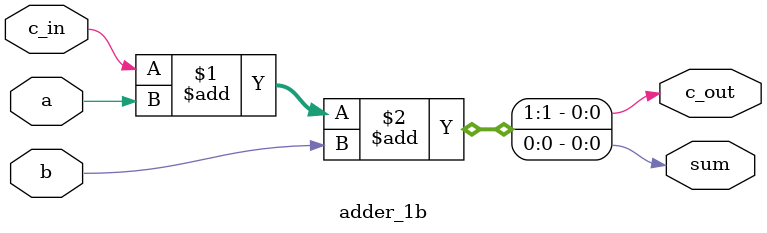
<source format=v>
module adder_1b(a, b, c_in, sum, c_out);
	input a, b, c_in;
	output sum, c_out;
	
	assign {c_out, sum} = c_in + a + b;
	
endmodule

</source>
